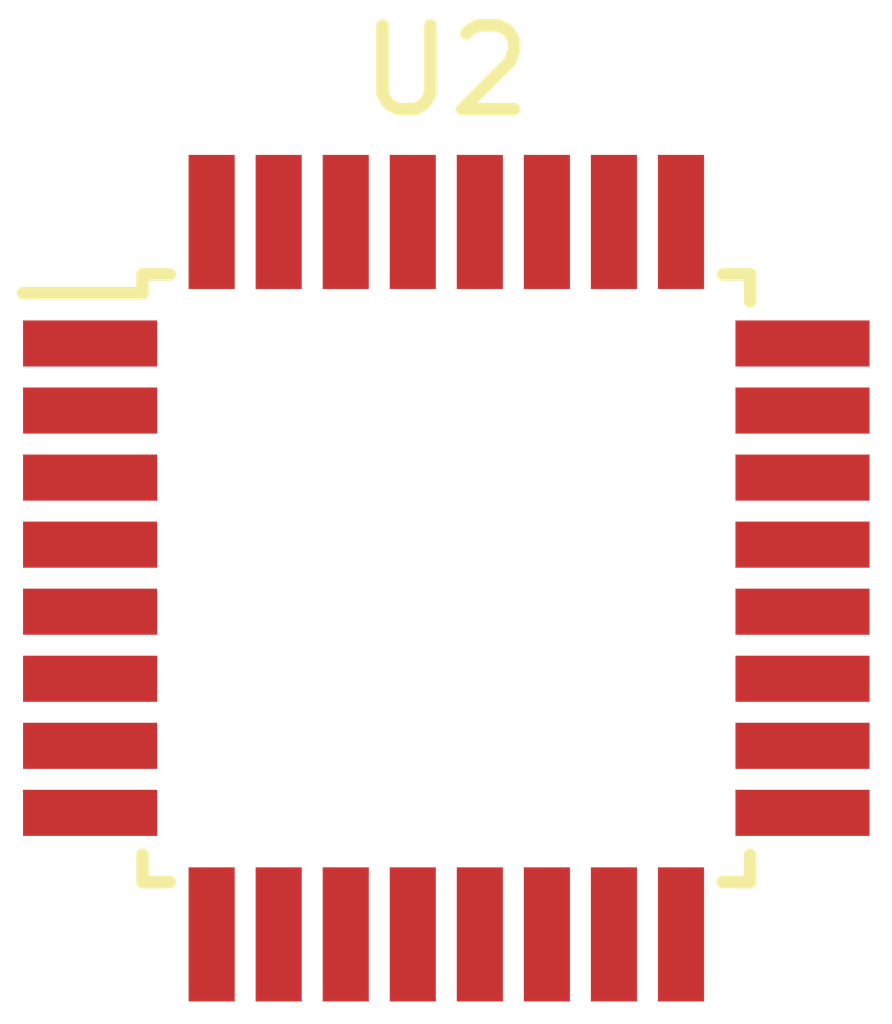
<source format=kicad_pcb>
(kicad_pcb (version 20171130) (host pcbnew 5.1.5-52549c5~84~ubuntu18.04.1)

  (general
    (thickness 1.6)
    (drawings 0)
    (tracks 0)
    (zones 0)
    (modules 1)
    (nets 29)
  )

  (page A4)
  (layers
    (0 F.Cu signal)
    (31 B.Cu signal)
    (32 B.Adhes user)
    (33 F.Adhes user)
    (34 B.Paste user)
    (35 F.Paste user)
    (36 B.SilkS user)
    (37 F.SilkS user)
    (38 B.Mask user)
    (39 F.Mask user)
    (40 Dwgs.User user)
    (41 Cmts.User user)
    (42 Eco1.User user)
    (43 Eco2.User user)
    (44 Edge.Cuts user)
    (45 Margin user)
    (46 B.CrtYd user)
    (47 F.CrtYd user)
    (48 B.Fab user hide)
    (49 F.Fab user hide)
  )

  (setup
    (last_trace_width 0.25)
    (user_trace_width 0.5)
    (user_trace_width 0.8)
    (trace_clearance 0.2)
    (zone_clearance 0.4)
    (zone_45_only no)
    (trace_min 0.2)
    (via_size 0.8)
    (via_drill 0.4)
    (via_min_size 0.4)
    (via_min_drill 0.3)
    (user_via 2 1)
    (uvia_size 0.3)
    (uvia_drill 0.1)
    (uvias_allowed no)
    (uvia_min_size 0.2)
    (uvia_min_drill 0.1)
    (edge_width 0.1)
    (segment_width 0.2)
    (pcb_text_width 0.3)
    (pcb_text_size 1.5 1.5)
    (mod_edge_width 0.15)
    (mod_text_size 1 1)
    (mod_text_width 0.15)
    (pad_size 1.524 1.524)
    (pad_drill 0.762)
    (pad_to_mask_clearance 0)
    (aux_axis_origin 168.91 112.522)
    (visible_elements FFFFFF7F)
    (pcbplotparams
      (layerselection 0x00000_7fffffff)
      (usegerberextensions false)
      (usegerberattributes false)
      (usegerberadvancedattributes false)
      (creategerberjobfile false)
      (excludeedgelayer true)
      (linewidth 0.100000)
      (plotframeref false)
      (viasonmask false)
      (mode 1)
      (useauxorigin true)
      (hpglpennumber 1)
      (hpglpenspeed 20)
      (hpglpendiameter 15.000000)
      (psnegative false)
      (psa4output false)
      (plotreference true)
      (plotvalue true)
      (plotinvisibletext false)
      (padsonsilk false)
      (subtractmaskfromsilk false)
      (outputformat 1)
      (mirror false)
      (drillshape 0)
      (scaleselection 1)
      (outputdirectory "gerber/"))
  )

  (net 0 "")
  (net 1 GND)
  (net 2 /A1)
  (net 3 /A2)
  (net 4 +5V)
  (net 5 "Net-(C9-Pad1)")
  (net 6 "Net-(C12-Pad1)")
  (net 7 "Net-(C13-Pad2)")
  (net 8 "Net-(C14-Pad2)")
  (net 9 /BUTTON)
  (net 10 /SDA)
  (net 11 /SCL)
  (net 12 /A0)
  (net 13 "Net-(U2-Pad26)")
  (net 14 "Net-(U2-Pad22)")
  (net 15 "Net-(U2-Pad19)")
  (net 16 "Net-(U2-Pad14)")
  (net 17 "Net-(U2-Pad13)")
  (net 18 "Net-(U2-Pad12)")
  (net 19 "Net-(U2-Pad11)")
  (net 20 "Net-(U2-Pad10)")
  (net 21 "Net-(U2-Pad9)")
  (net 22 "Net-(U2-Pad2)")
  (net 23 "Net-(U2-Pad1)")
  (net 24 "Net-(J9-Pad3)")
  (net 25 "Net-(J9-Pad2)")
  (net 26 "Net-(J9-Pad1)")
  (net 27 "Net-(J10-Pad2)")
  (net 28 "Net-(J10-Pad1)")

  (net_class Default "This is the default net class."
    (clearance 0.2)
    (trace_width 0.25)
    (via_dia 0.8)
    (via_drill 0.4)
    (uvia_dia 0.3)
    (uvia_drill 0.1)
    (add_net +5V)
    (add_net /A0)
    (add_net /A1)
    (add_net /A2)
    (add_net /BUTTON)
    (add_net /SCL)
    (add_net /SDA)
    (add_net GND)
    (add_net "Net-(C12-Pad1)")
    (add_net "Net-(C13-Pad2)")
    (add_net "Net-(C14-Pad2)")
    (add_net "Net-(C9-Pad1)")
    (add_net "Net-(J10-Pad1)")
    (add_net "Net-(J10-Pad2)")
    (add_net "Net-(J9-Pad1)")
    (add_net "Net-(J9-Pad2)")
    (add_net "Net-(J9-Pad3)")
    (add_net "Net-(U2-Pad1)")
    (add_net "Net-(U2-Pad10)")
    (add_net "Net-(U2-Pad11)")
    (add_net "Net-(U2-Pad12)")
    (add_net "Net-(U2-Pad13)")
    (add_net "Net-(U2-Pad14)")
    (add_net "Net-(U2-Pad19)")
    (add_net "Net-(U2-Pad2)")
    (add_net "Net-(U2-Pad22)")
    (add_net "Net-(U2-Pad26)")
    (add_net "Net-(U2-Pad9)")
  )

  (module Package_QFP:TQFP-32_7x7mm_P0.8mm (layer F.Cu) (tedit 5A02F146) (tstamp 62B921FB)
    (at 174.244 107.188)
    (descr "32-Lead Plastic Thin Quad Flatpack (PT) - 7x7x1.0 mm Body, 2.00 mm [TQFP] (see Microchip Packaging Specification 00000049BS.pdf)")
    (tags "QFP 0.8")
    (path /62C338F7)
    (attr smd)
    (fp_text reference U2 (at 0 -6.05) (layer F.SilkS)
      (effects (font (size 1 1) (thickness 0.15)))
    )
    (fp_text value ATmega328P-AU (at 0 6.05) (layer F.Fab)
      (effects (font (size 1 1) (thickness 0.15)))
    )
    (fp_line (start -3.625 -3.4) (end -5.05 -3.4) (layer F.SilkS) (width 0.15))
    (fp_line (start 3.625 -3.625) (end 3.3 -3.625) (layer F.SilkS) (width 0.15))
    (fp_line (start 3.625 3.625) (end 3.3 3.625) (layer F.SilkS) (width 0.15))
    (fp_line (start -3.625 3.625) (end -3.3 3.625) (layer F.SilkS) (width 0.15))
    (fp_line (start -3.625 -3.625) (end -3.3 -3.625) (layer F.SilkS) (width 0.15))
    (fp_line (start -3.625 3.625) (end -3.625 3.3) (layer F.SilkS) (width 0.15))
    (fp_line (start 3.625 3.625) (end 3.625 3.3) (layer F.SilkS) (width 0.15))
    (fp_line (start 3.625 -3.625) (end 3.625 -3.3) (layer F.SilkS) (width 0.15))
    (fp_line (start -3.625 -3.625) (end -3.625 -3.4) (layer F.SilkS) (width 0.15))
    (fp_line (start -5.3 5.3) (end 5.3 5.3) (layer F.CrtYd) (width 0.05))
    (fp_line (start -5.3 -5.3) (end 5.3 -5.3) (layer F.CrtYd) (width 0.05))
    (fp_line (start 5.3 -5.3) (end 5.3 5.3) (layer F.CrtYd) (width 0.05))
    (fp_line (start -5.3 -5.3) (end -5.3 5.3) (layer F.CrtYd) (width 0.05))
    (fp_line (start -3.5 -2.5) (end -2.5 -3.5) (layer F.Fab) (width 0.15))
    (fp_line (start -3.5 3.5) (end -3.5 -2.5) (layer F.Fab) (width 0.15))
    (fp_line (start 3.5 3.5) (end -3.5 3.5) (layer F.Fab) (width 0.15))
    (fp_line (start 3.5 -3.5) (end 3.5 3.5) (layer F.Fab) (width 0.15))
    (fp_line (start -2.5 -3.5) (end 3.5 -3.5) (layer F.Fab) (width 0.15))
    (fp_text user %R (at 0 0) (layer F.Fab)
      (effects (font (size 1 1) (thickness 0.15)))
    )
    (pad 32 smd rect (at -2.8 -4.25 90) (size 1.6 0.55) (layers F.Cu F.Paste F.Mask)
      (net 9 /BUTTON))
    (pad 31 smd rect (at -2 -4.25 90) (size 1.6 0.55) (layers F.Cu F.Paste F.Mask)
      (net 28 "Net-(J10-Pad1)"))
    (pad 30 smd rect (at -1.2 -4.25 90) (size 1.6 0.55) (layers F.Cu F.Paste F.Mask)
      (net 27 "Net-(J10-Pad2)"))
    (pad 29 smd rect (at -0.4 -4.25 90) (size 1.6 0.55) (layers F.Cu F.Paste F.Mask)
      (net 6 "Net-(C12-Pad1)"))
    (pad 28 smd rect (at 0.4 -4.25 90) (size 1.6 0.55) (layers F.Cu F.Paste F.Mask)
      (net 11 /SCL))
    (pad 27 smd rect (at 1.2 -4.25 90) (size 1.6 0.55) (layers F.Cu F.Paste F.Mask)
      (net 10 /SDA))
    (pad 26 smd rect (at 2 -4.25 90) (size 1.6 0.55) (layers F.Cu F.Paste F.Mask)
      (net 13 "Net-(U2-Pad26)"))
    (pad 25 smd rect (at 2.8 -4.25 90) (size 1.6 0.55) (layers F.Cu F.Paste F.Mask)
      (net 3 /A2))
    (pad 24 smd rect (at 4.25 -2.8) (size 1.6 0.55) (layers F.Cu F.Paste F.Mask)
      (net 2 /A1))
    (pad 23 smd rect (at 4.25 -2) (size 1.6 0.55) (layers F.Cu F.Paste F.Mask)
      (net 12 /A0))
    (pad 22 smd rect (at 4.25 -1.2) (size 1.6 0.55) (layers F.Cu F.Paste F.Mask)
      (net 14 "Net-(U2-Pad22)"))
    (pad 21 smd rect (at 4.25 -0.4) (size 1.6 0.55) (layers F.Cu F.Paste F.Mask)
      (net 1 GND))
    (pad 20 smd rect (at 4.25 0.4) (size 1.6 0.55) (layers F.Cu F.Paste F.Mask)
      (net 5 "Net-(C9-Pad1)"))
    (pad 19 smd rect (at 4.25 1.2) (size 1.6 0.55) (layers F.Cu F.Paste F.Mask)
      (net 15 "Net-(U2-Pad19)"))
    (pad 18 smd rect (at 4.25 2) (size 1.6 0.55) (layers F.Cu F.Paste F.Mask)
      (net 4 +5V))
    (pad 17 smd rect (at 4.25 2.8) (size 1.6 0.55) (layers F.Cu F.Paste F.Mask)
      (net 26 "Net-(J9-Pad1)"))
    (pad 16 smd rect (at 2.8 4.25 90) (size 1.6 0.55) (layers F.Cu F.Paste F.Mask)
      (net 25 "Net-(J9-Pad2)"))
    (pad 15 smd rect (at 2 4.25 90) (size 1.6 0.55) (layers F.Cu F.Paste F.Mask)
      (net 24 "Net-(J9-Pad3)"))
    (pad 14 smd rect (at 1.2 4.25 90) (size 1.6 0.55) (layers F.Cu F.Paste F.Mask)
      (net 16 "Net-(U2-Pad14)"))
    (pad 13 smd rect (at 0.4 4.25 90) (size 1.6 0.55) (layers F.Cu F.Paste F.Mask)
      (net 17 "Net-(U2-Pad13)"))
    (pad 12 smd rect (at -0.4 4.25 90) (size 1.6 0.55) (layers F.Cu F.Paste F.Mask)
      (net 18 "Net-(U2-Pad12)"))
    (pad 11 smd rect (at -1.2 4.25 90) (size 1.6 0.55) (layers F.Cu F.Paste F.Mask)
      (net 19 "Net-(U2-Pad11)"))
    (pad 10 smd rect (at -2 4.25 90) (size 1.6 0.55) (layers F.Cu F.Paste F.Mask)
      (net 20 "Net-(U2-Pad10)"))
    (pad 9 smd rect (at -2.8 4.25 90) (size 1.6 0.55) (layers F.Cu F.Paste F.Mask)
      (net 21 "Net-(U2-Pad9)"))
    (pad 8 smd rect (at -4.25 2.8) (size 1.6 0.55) (layers F.Cu F.Paste F.Mask)
      (net 8 "Net-(C14-Pad2)"))
    (pad 7 smd rect (at -4.25 2) (size 1.6 0.55) (layers F.Cu F.Paste F.Mask)
      (net 7 "Net-(C13-Pad2)"))
    (pad 6 smd rect (at -4.25 1.2) (size 1.6 0.55) (layers F.Cu F.Paste F.Mask)
      (net 4 +5V))
    (pad 5 smd rect (at -4.25 0.4) (size 1.6 0.55) (layers F.Cu F.Paste F.Mask)
      (net 1 GND))
    (pad 4 smd rect (at -4.25 -0.4) (size 1.6 0.55) (layers F.Cu F.Paste F.Mask)
      (net 4 +5V))
    (pad 3 smd rect (at -4.25 -1.2) (size 1.6 0.55) (layers F.Cu F.Paste F.Mask)
      (net 1 GND))
    (pad 2 smd rect (at -4.25 -2) (size 1.6 0.55) (layers F.Cu F.Paste F.Mask)
      (net 22 "Net-(U2-Pad2)"))
    (pad 1 smd rect (at -4.25 -2.8) (size 1.6 0.55) (layers F.Cu F.Paste F.Mask)
      (net 23 "Net-(U2-Pad1)"))
    (model ${KISYS3DMOD}/Package_QFP.3dshapes/TQFP-32_7x7mm_P0.8mm.wrl
      (at (xyz 0 0 0))
      (scale (xyz 1 1 1))
      (rotate (xyz 0 0 0))
    )
  )

)

</source>
